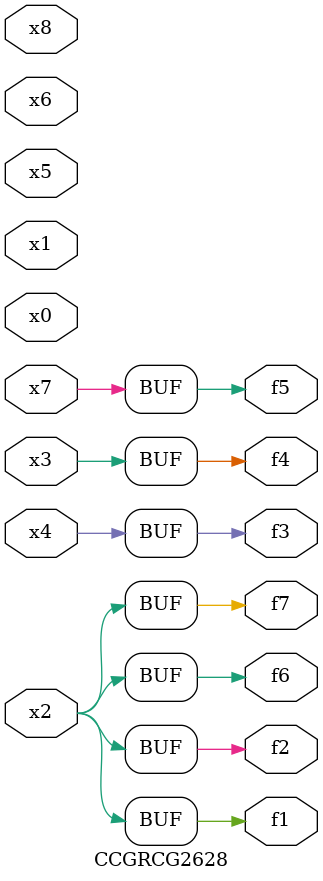
<source format=v>
module CCGRCG2628(
	input x0, x1, x2, x3, x4, x5, x6, x7, x8,
	output f1, f2, f3, f4, f5, f6, f7
);
	assign f1 = x2;
	assign f2 = x2;
	assign f3 = x4;
	assign f4 = x3;
	assign f5 = x7;
	assign f6 = x2;
	assign f7 = x2;
endmodule

</source>
